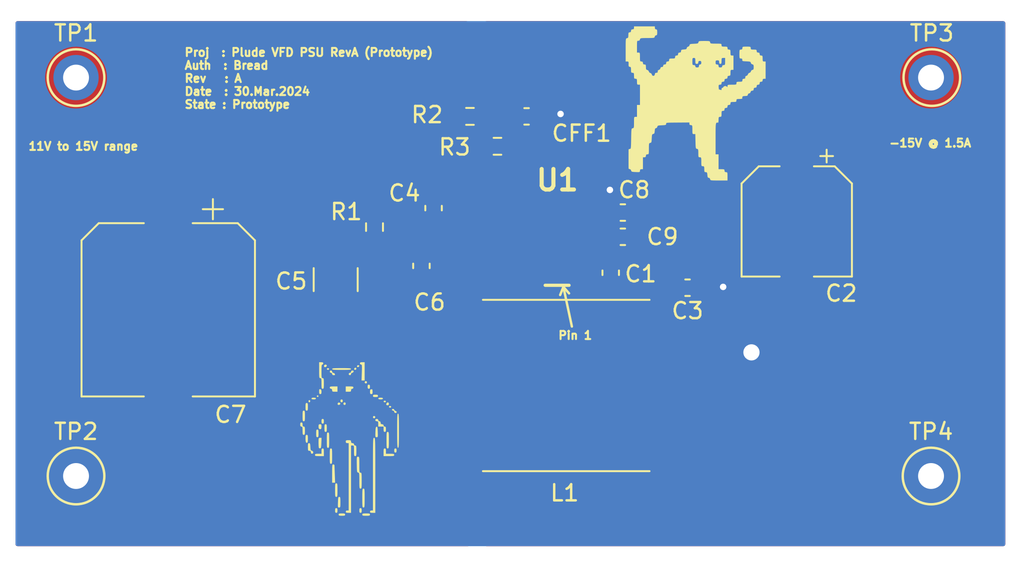
<source format=kicad_pcb>
(kicad_pcb (version 20211014) (generator pcbnew)
  (title_block (title "Kob Lude VFD Instrumentation Power Supply") (date "2024-03-30") (rev "A") (company "Bread"))
  (layers (0 "F.Cu" signal) (31 "B.Cu" signal) (34 "B.Paste" user) (35 "F.Paste" user) (36 "B.SilkS" user "B.Silkscreen") (37 "F.SilkS" user "F.Silkscreen") (38 "B.Mask" user) (39 "F.Mask" user) (44 "Edge.Cuts" user))
  (net 0 "")
  (net 1 "GND")
  (net 2 "Vout")
  (net 3 "Vin")
  (net 6 "Net-(C1-Pad1)")
  (net 7 "Net-(C1-Pad2)")
  (net 8 "Net-(U1-Pad11)")
  (net 9 "Net-(C9-Pad1)")
  (net 10 "Net-(CFF1-Pad2)")
  (net 11 "Net-(U1-Pad12)")
  (footprint "Package_SO:TI_HTSSOP-16_SOP65P640X120-17N" (layer "F.Cu") (at 180.55 81.4 180)
    (fp_text reference "U1" (at -2.95 3.65) (layer "F.SilkS") (effects (font (size 1.27 1.27) (thickness 0.254))))
    (fp_text value "LM46002PWPT" hide)
    (pad "1" smd rect (at -2.938 -2.275 270) (size 0.45 1.475) (layers "F.Cu" "F.Paste" "F.Mask") (net 7 "Net-(C1-Pad2)"))
    (pad "2" smd rect (at -2.938 -1.625 270) (size 0.45 1.475) (layers "F.Cu" "F.Paste" "F.Mask") (net 7 "Net-(C1-Pad2)"))
    (pad "3" smd rect (at -2.938 -0.975 270) (size 0.45 1.475) (layers "F.Cu" "F.Paste" "F.Mask") (net 6 "Net-(C1-Pad1)"))
    (pad "4" smd rect (at -2.938 -0.325 270) (size 0.45 1.475) (layers "F.Cu" "F.Paste" "F.Mask") (net 9 "Net-(C9-Pad1)"))
    (pad "5" smd rect (at -2.938 0.325 270) (size 0.45 1.475) (layers "F.Cu" "F.Paste" "F.Mask") (net 1 "GND"))
    (pad "6" smd rect (at -2.938 0.975 270) (size 0.45 1.475) (layers "F.Cu" "F.Paste" "F.Mask") (net 2 "Vout"))
    (pad "7" smd rect (at -2.938 1.625 270) (size 0.45 1.475) (layers "F.Cu" "F.Paste" "F.Mask"))
    (pad "8" smd rect (at -2.938 2.275 270) (size 0.45 1.475) (layers "F.Cu" "F.Paste" "F.Mask"))
    (pad "9" smd rect (at 2.938 2.275 270) (size 0.45 1.475) (layers "F.Cu" "F.Paste" "F.Mask") (net 10 "Net-(CFF1-Pad2)"))
    (pad "10" smd rect (at 2.938 1.625 270) (size 0.45 1.475) (layers "F.Cu" "F.Paste" "F.Mask") (net 2 "Vout"))
    (pad "11" smd rect (at 2.938 0.975 270) (size 0.45 1.475) (layers "F.Cu" "F.Paste" "F.Mask") (net 8 "Net-(U1-Pad11)"))
    (pad "12" smd rect (at 2.938 0.325 270) (size 0.45 1.475) (layers "F.Cu" "F.Paste" "F.Mask") (net 11 "Net-(U1-Pad12)"))
    (pad "13" smd rect (at 2.938 -0.325 270) (size 0.45 1.475) (layers "F.Cu" "F.Paste" "F.Mask") (net 3 "Vin"))
    (pad "14" smd rect (at 2.938 -0.975 270) (size 0.45 1.475) (layers "F.Cu" "F.Paste" "F.Mask") (net 3 "Vin"))
    (pad "15" smd rect (at 2.938 -1.625 270) (size 0.45 1.475) (layers "F.Cu" "F.Paste" "F.Mask") (net 2 "Vout"))
    (pad "16" smd rect (at 2.938 -2.275 270) (size 0.45 1.475) (layers "F.Cu" "F.Paste" "F.Mask") (net 2 "Vout"))
    (pad "17" smd rect (at 0 0 180) (size 2.41 3.29) (layers "F.Cu" "F.Paste" "F.Mask") (net 2 "Vout"))
  )
  (footprint "LOGO" (layer "F.Cu") (at 191.957971 72.907971)
    (fp_text reference "G***" (at 0 0) (layer "F.SilkS") (effects (font (size 1.524 1.524) (thickness 0.3))))
    (fp_text value "LOGO" hide)
  )
  (footprint "Capacitor_SMD:C_0603_1608Metric" (layer "F.Cu") (at 186.8 83.475 -90)
    (fp_text reference "C1" (at 0.075 -1.85 180) (layer "F.SilkS"))
    (fp_text value "470n")
    (pad "1" smd roundrect (at -0.775 0 270) (size 0.9 0.95) (layers "F.Cu" "F.Paste" "F.Mask") (net 6 "Net-(C1-Pad1)"))
    (pad "2" smd roundrect (at 0.775 0 270) (size 0.9 0.95) (layers "F.Cu" "F.Paste" "F.Mask") (net 7 "Net-(C1-Pad2)"))
  )
  (footprint "Resistor_SMD:R_0603_1608Metric" (layer "F.Cu") (at 178.1 73.8)
    (fp_text reference "R2" (at -2.65 -0.1 180) (layer "F.SilkS"))
    (fp_text value "68k")
    (pad "1" smd roundrect (at -0.825 0) (size 0.8 0.95) (layers "F.Cu" "F.Paste" "F.Mask") (net 1 "GND"))
    (pad "2" smd roundrect (at 0.825 0) (size 0.8 0.95) (layers "F.Cu" "F.Paste" "F.Mask") (net 10 "Net-(CFF1-Pad2)"))
  )
  (footprint "Capacitor_SMD:CP_Elec_6.3x9.9" (layer "F.Cu") (at 198.3 80.3 -90)
    (fp_text reference "C2" (at 4.45 -2.75 180) (layer "F.SilkS"))
    (fp_text value "33u")
    (pad "1" smd roundrect (at -2.8 0 270) (size 3.5 1.6) (layers "F.Cu" "F.Paste" "F.Mask") (roundrect_rratio 0.15625) (net 2 "Vout"))
    (pad "2" smd roundrect (at 2.8 0 270) (size 3.5 1.6) (layers "F.Cu" "F.Paste" "F.Mask") (roundrect_rratio 0.15625) (net 1 "GND"))
  )
  (footprint "Capacitor_SMD:C_0603_1608Metric" (layer "F.Cu") (at 187.55 81.25)
    (fp_text reference "C9" (at 2.45 0) (layer "F.SilkS"))
    (fp_text value "2.2u")
    (pad "1" smd roundrect (at -0.775 0) (size 0.9 0.95) (layers "F.Cu" "F.Paste" "F.Mask") (net 9 "Net-(C9-Pad1)"))
    (pad "2" smd roundrect (at 0.775 0) (size 0.9 0.95) (layers "F.Cu" "F.Paste" "F.Mask") (net 2 "Vout"))
  )
  (footprint "TestPoint:TestPoint_Keystone_5010-5014_Multipurpose" (layer "F.Cu") (at 153.75 71.4)
    (fp_text reference "TP1" (at 0 -2.75) (layer "F.SilkS"))
    (fp_text value "Vin")
    (pad "1" thru_hole circle (at 0 0) (size 2.8 2.8) (drill 1.6) (layers *.Cu *.Mask) (net 3 "Vin"))
  )
  (footprint "TestPoint:TestPoint_Keystone_5010-5014_Multipurpose" (layer "F.Cu") (at 206.6 96.05)
    (fp_text reference "TP4" (at 0 -2.75) (layer "F.SilkS"))
    (fp_text value "GNDout")
    (pad "1" thru_hole circle (at 0 0) (size 2.8 2.8) (drill 1.6) (layers *.Cu *.Mask) (net 1 "GND"))
  )
  (footprint "LOGO" (layer "F.Cu") (at 170.75 93.65)
    (fp_text reference "G***" hide)
    (fp_text value "LOGO" hide)
  )
  (footprint "Resistor_SMD:R_0603_1608Metric" (layer "F.Cu") (at 179.8 75.65)
    (fp_text reference "R3" (at -2.65 0.05) (layer "F.SilkS"))
    (fp_text value "10k")
    (pad "1" smd roundrect (at -0.825 0) (size 0.8 0.95) (layers "F.Cu" "F.Paste" "F.Mask") (net 10 "Net-(CFF1-Pad2)"))
    (pad "2" smd roundrect (at 0.825 0) (size 0.8 0.95) (layers "F.Cu" "F.Paste" "F.Mask") (net 2 "Vout"))
  )
  (footprint "TestPoint:TestPoint_Keystone_5010-5014_Multipurpose" (layer "F.Cu") (at 153.75 96.05)
    (fp_text reference "TP2" (at 0 -2.75) (layer "F.SilkS"))
    (fp_text value "GNDin")
    (pad "1" thru_hole circle (at 0 0) (size 2.8 2.8) (drill 1.6) (layers *.Cu *.Mask) (net 1 "GND"))
  )
  (footprint "Capacitor_SMD:CP_Elec_10x10.5" (layer "F.Cu") (at 159.45 85.7675 -90)
    (fp_text reference "C7" (at 6.4825 -3.85 180) (layer "F.SilkS"))
    (fp_text value "100u")
    (pad "1" smd roundrect (at -4.2 0 270) (size 4.4 2.5) (layers "F.Cu" "F.Paste" "F.Mask") (roundrect_rratio 0.1) (net 3 "Vin"))
    (pad "2" smd roundrect (at 4.2 0 270) (size 4.4 2.5) (layers "F.Cu" "F.Paste" "F.Mask") (roundrect_rratio 0.1) (net 1 "GND"))
  )
  (footprint "Resistor_SMD:R_0603_1608Metric" (layer "F.Cu") (at 172.2 80.65 90)
    (fp_text reference "R1" (at 0.95 -1.75 180) (layer "F.SilkS"))
    (fp_text value "10k")
    (pad "1" smd roundrect (at -0.825 0 90) (size 0.8 0.95) (layers "F.Cu" "F.Paste" "F.Mask") (net 3 "Vin"))
    (pad "2" smd roundrect (at 0.825 0 90) (size 0.8 0.95) (layers "F.Cu" "F.Paste" "F.Mask") (net 11 "Net-(U1-Pad12)"))
  )
  (footprint "TestPoint:TestPoint_Keystone_5010-5014_Multipurpose" (layer "F.Cu") (at 206.65 71.4)
    (fp_text reference "TP3" (at 0 -2.75) (layer "F.SilkS"))
    (fp_text value "Vout")
    (pad "1" thru_hole circle (at -0.05 0) (size 2.8 2.8) (drill 1.6) (layers *.Cu *.Mask) (net 2 "Vout"))
  )
  (footprint "Capacitor_SMD:C_1210_3225Metric" (layer "F.Cu") (at 169.8 83.9 -90)
    (fp_text reference "C5" (at 0.1 2.75 180) (layer "F.SilkS"))
    (fp_text value "4.7u")
    (pad "1" smd roundrect (at -1.475 0 270) (size 1.15 2.7) (layers "F.Cu" "F.Paste" "F.Mask") (roundrect_rratio 0.217391) (net 3 "Vin"))
    (pad "2" smd roundrect (at 1.475 0 270) (size 1.15 2.7) (layers "F.Cu" "F.Paste" "F.Mask") (roundrect_rratio 0.217391) (net 2 "Vout"))
  )
  (footprint "Capacitor_SMD:C_0603_1608Metric" (layer "F.Cu") (at 191.55 84.4 180)
    (fp_text reference "C3" (at 0 -1.43) (layer "F.SilkS"))
    (fp_text value "0.1u")
    (pad "1" smd roundrect (at -0.775 0 180) (size 0.9 0.95) (layers "F.Cu" "F.Paste" "F.Mask") (net 1 "GND"))
    (pad "2" smd roundrect (at 0.775 0 180) (size 0.9 0.95) (layers "F.Cu" "F.Paste" "F.Mask") (net 2 "Vout"))
  )
  (footprint "Capacitor_SMD:C_0603_1608Metric" (layer "F.Cu") (at 175.1 83.05 -90)
    (fp_text reference "C6" (at 2.25 -0.5 180) (layer "F.SilkS"))
    (fp_text value "0.1u")
    (pad "1" smd roundrect (at -0.775 0 270) (size 0.9 0.95) (layers "F.Cu" "F.Paste" "F.Mask") (net 3 "Vin"))
    (pad "2" smd roundrect (at 0.775 0 270) (size 0.9 0.95) (layers "F.Cu" "F.Paste" "F.Mask") (net 2 "Vout"))
  )
  (footprint "Capacitor_SMD:C_0603_1608Metric" (layer "F.Cu") (at 175.85 79.475 90)
    (fp_text reference "C4" (at 0.925 -1.8 180) (layer "F.SilkS"))
    (fp_text value "0.1u")
    (pad "1" smd roundrect (at -0.775 0 90) (size 0.9 0.95) (layers "F.Cu" "F.Paste" "F.Mask") (net 8 "Net-(U1-Pad11)"))
    (pad "2" smd roundrect (at 0.775 0 90) (size 0.9 0.95) (layers "F.Cu" "F.Paste" "F.Mask") (net 2 "Vout"))
  )
  (footprint "Inductor_SMD:L_Taiyo-Yuden_NR-10050_9.8x10.0mm" (layer "F.Cu") (at 184.05 90.45)
    (fp_text reference "L1" (at -0.1 6.65) (layer "F.SilkS"))
    (fp_text value "10u")
    (pad "1" smd rect (at -4 0) (size 2.6 4.5) (layers "F.Cu" "F.Paste" "F.Mask") (net 7 "Net-(C1-Pad2)"))
    (pad "2" smd rect (at 4 0) (size 2.6 4.5) (layers "F.Cu" "F.Paste" "F.Mask") (net 1 "GND"))
  )
  (footprint "Capacitor_SMD:C_0603_1608Metric" (layer "F.Cu") (at 181.6 73.8 180)
    (fp_text reference "CFF1" (at -3.4 -1.05) (layer "F.SilkS"))
    (fp_text value "100p")
    (pad "1" smd roundrect (at -0.775 0 180) (size 0.9 0.95) (layers "F.Cu" "F.Paste" "F.Mask") (net 1 "GND"))
    (pad "2" smd roundrect (at 0.775 0 180) (size 0.9 0.95) (layers "F.Cu" "F.Paste" "F.Mask") (net 10 "Net-(CFF1-Pad2)"))
  )
  (footprint "Capacitor_SMD:C_0603_1608Metric" (layer "F.Cu") (at 187.55 79.75)
    (fp_text reference "C8" (at 0.7 -1.4) (layer "F.SilkS"))
    (fp_text value "1u")
    (pad "1" smd roundrect (at -0.775 0) (size 0.9 0.95) (layers "F.Cu" "F.Paste" "F.Mask") (net 1 "GND"))
    (pad "2" smd roundrect (at 0.775 0) (size 0.9 0.95) (layers "F.Cu" "F.Paste" "F.Mask") (net 2 "Vout"))
  )
  (gr_line (start 183.875 84.35) (end 183.675 84.85) (layer "F.SilkS") (width 0.15))
  (gr_line (start 184.225 84.75) (end 183.875 84.35) (layer "F.SilkS") (width 0.15))
  (gr_line (start 184.4 86.8) (end 183.875 84.35) (layer "F.SilkS") (width 0.15))
  (gr_rect (start 149.5 67.4) (end 211.7 100.9) (layer "Edge.Cuts") (width 0.001) (fill none))
  (gr_text "Proj  : Plude VFD PSU RevA (Prototype)\nAuth  : Bread\nRev   : A\nDate  : 30.Mar.2024\nState : Prototype" (at 160.4 71.45) (layer "F.SilkS") (effects (font (size 0.5 0.5) (thickness 0.125)) (justify left)))
  (gr_text "-15V @ 1.5A" (at 206.55 75.45) (layer "F.SilkS") (effects (font (size 0.5 0.5) (thickness 0.125))))
  (gr_text "11V to 15V range" (at 154.2 75.65) (layer "F.SilkS") (effects (font (size 0.5 0.5) (thickness 0.125))))
  (gr_text "Pin 1" (at 183.5 87.35) (layer "F.SilkS") (effects (font (size 0.5 0.5) (thickness 0.125)) (justify left)))
  (segment (start 159.45 90.35) (end 153.75 96.05) (width 1) (layer "F.Cu") (net 1))
  (segment (start 188.05 90.45) (end 193.45 90.45) (width 1) (layer "F.Cu") (net 1))
  (segment (start 198.3 85.6) (end 195.5 88.4) (width 1) (layer "F.Cu") (net 1))
  (segment (start 186.775 79.75) (end 186.775 78.375) (width 0.25) (layer "F.Cu") (net 1))
  (segment (start 193.45 90.45) (end 195.5 88.4) (width 1) (layer "F.Cu") (net 1))
  (segment (start 193.7 84.4) (end 193.75 84.35) (width 0.25) (layer "F.Cu") (net 1))
  (segment (start 177.275 73.8) (end 177.275 73.325) (width 0.25) (layer "F.Cu") (net 1))
  (segment (start 186.775 78.375) (end 186.75 78.35) (width 0.25) (layer "F.Cu") (net 1))
  (segment (start 183.7 73.65) (end 182.525 73.65) (width 0.25) (layer "F.Cu") (net 1))
  (segment (start 186.775 79.75) (end 185.45 81.075) (width 0.25) (layer "F.Cu") (net 1))
  (segment (start 177.275 73.325) (end 178.4 72.2) (width 0.25) (layer "F.Cu") (net 1))
  (segment (start 192.325 84.4) (end 192.35 84.4) (width 0.25) (layer "F.Cu") (net 1))
  (segment (start 192.35 84.4) (end 192.4 84.35) (width 0.25) (layer "F.Cu") (net 1))
  (segment (start 181.85 72.2) (end 182.375 72.725) (width 0.25) (layer "F.Cu") (net 1))
  (segment (start 182.525 73.65) (end 182.375 73.8) (width 0.25) (layer "F.Cu") (net 1))
  (segment (start 198.3 83.1) (end 198.3 85.6) (width 1) (layer "F.Cu") (net 1))
  (segment (start 198.4 83.2) (end 198.3 83.1) (width 0.25) (layer "F.Cu") (net 1))
  (segment (start 185.45 81.075) (end 183.488 81.075) (width 0.25) (layer "F.Cu") (net 1))
  (segment (start 159.45 89.9675) (end 159.45 90.35) (width 0.25) (layer "F.Cu") (net 1))
  (segment (start 182.375 72.725) (end 182.375 73.8) (width 0.25) (layer "F.Cu") (net 1))
  (segment (start 178.4 72.2) (end 181.85 72.2) (width 0.25) (layer "F.Cu") (net 1))
  (segment (start 192.325 84.4) (end 193.7 84.4) (width 0.25) (layer "F.Cu") (net 1))
  (via (at 186.75 78.35) (size 0.8) (drill 0.4) (layers "F.Cu" "B.Cu") (net 1))
  (via (at 193.75 84.35) (size 0.8) (drill 0.4) (layers "F.Cu" "B.Cu") (net 1))
  (via (at 183.7 73.65) (size 0.8) (drill 0.4) (layers "F.Cu" "B.Cu") (net 1))
  (via (at 195.5 88.4) (size 2) (drill 1) (layers "F.Cu" "B.Cu") (net 1))
  (segment (start 178.275 83.675) (end 177.612 83.675) (width 0.25) (layer "F.Cu") (net 2))
  (segment (start 169.8 85.375) (end 173.55 85.375) (width 0.25) (layer "F.Cu") (net 2))
  (segment (start 180.625 75.65) (end 180.55 75.725) (width 0.25) (layer "F.Cu") (net 2))
  (segment (start 183.488 80.425) (end 181.525 80.425) (width 0.25) (layer "F.Cu") (net 2))
  (segment (start 181.525 80.425) (end 180.55 81.4) (width 0.25) (layer "F.Cu") (net 2))
  (segment (start 175.85 78.7) (end 175.85 78.9755) (width 0.25) (layer "F.Cu") (net 2))
  (segment (start 176.6495 79.775) (end 177.612 79.775) (width 0.25) (layer "F.Cu") (net 2))
  (segment (start 175.85 78.9755) (end 176.6495 79.775) (width 0.25) (layer "F.Cu") (net 2))
  (segment (start 175.25 83.675) (end 177.612 83.675) (width 0.25) (layer "F.Cu") (net 2))
  (segment (start 177.612 83.675) (end 177.612 83.025) (width 0.25) (layer "F.Cu") (net 2))
  (segment (start 173.55 85.375) (end 175.1 83.825) (width 0.25) (layer "F.Cu") (net 2))
  (segment (start 177.612 79.775) (end 178.925 79.775) (width 0.25) (layer "F.Cu") (net 2))
  (segment (start 180.55 75.725) (end 180.55 81.4) (width 0.25) (layer "F.Cu") (net 2))
  (segment (start 178.925 79.775) (end 180.55 81.4) (width 0.25) (layer "F.Cu") (net 2))
  (segment (start 180.55 81.4) (end 178.275 83.675) (width 0.25) (layer "F.Cu") (net 2))
  (segment (start 175.1 83.825) (end 175.25 83.675) (width 0.25) (layer "F.Cu") (net 2))
  (segment (start 175.287 82.088) (end 175.1 82.275) (width 0.25) (layer "F.Cu") (net 3))
  (segment (start 177.287 82.05) (end 177.937 82.05) (width 1) (layer "F.Cu") (net 3))
  (segment (start 160.3075 82.425) (end 159.45 81.5675) (width 0.25) (layer "F.Cu") (net 3))
  (segment (start 183.488 82.375) (end 186.475 82.375) (width 0.25) (layer "F.Cu") (net 6))
  (segment (start 186.475 82.375) (end 186.8 82.7) (width 0.25) (layer "F.Cu") (net 6))
  (segment (start 180.05 90.45) (end 180.05 87.113) (width 0.25) (layer "F.Cu") (net 7))
  (segment (start 183.488 83.025) (end 183.488 83.675) (width 0.25) (layer "F.Cu") (net 7))
  (segment (start 186.225 83.675) (end 186.8 84.25) (width 0.25) (layer "F.Cu") (net 7))
  (segment (start 183.488 83.675) (end 186.225 83.675) (width 0.25) (layer "F.Cu") (net 7))
  (segment (start 180.05 87.113) (end 183.488 83.675) (width 0.25) (layer "F.Cu") (net 7))
  (segment (start 176.025 80.425) (end 175.85 80.25) (width 0.25) (layer "F.Cu") (net 8))
  (segment (start 177.612 80.425) (end 176.025 80.425) (width 0.25) (layer "F.Cu") (net 8))
  (segment (start 186.3 81.725) (end 186.775 81.25) (width 0.25) (layer "F.Cu") (net 9))
  (segment (start 183.488 81.725) (end 186.3 81.725) (width 0.25) (layer "F.Cu") (net 9))
  (segment (start 178.975 75.65) (end 178.975 73.85) (width 0.25) (layer "F.Cu") (net 10))
  (segment (start 178.925 73.8) (end 180.825 73.8) (width 0.25) (layer "F.Cu") (net 10))
  (segment (start 178.975 73.85) (end 178.925 73.8) (width 0.25) (layer "F.Cu") (net 10))
  (segment (start 177.612 77.013) (end 178.975 75.65) (width 0.25) (layer "F.Cu") (net 10))
  (segment (start 177.612 79.125) (end 177.612 77.013) (width 0.25) (layer "F.Cu") (net 10))
  (segment (start 173.45 81.075) (end 172.2 79.825) (width 0.25) (layer "F.Cu") (net 11))
  (segment (start 177.612 81.075) (end 173.45 81.075) (width 0.25) (layer "F.Cu") (net 11))
  (zone (net 3) (net_name "Vin") (layer "F.Cu") (connect_pads yes (clearance 0.508)) (min_thickness 0.254) (fill yes (thermal_gap 0.508) (thermal_bridge_width 0.508))
    (polygon (pts (xy 178 66.8) (xy 178.1 101.5) (xy 149.1 101.6) (xy 149.05 66.6)))
  )
  (zone (net 2) (net_name "Vout") (layer "F.Cu") (connect_pads yes (clearance 0.508)) (min_thickness 0.254) (fill yes (thermal_gap 0.508) (thermal_bridge_width 0.508))
    (polygon (pts (xy 212.35 101.15) (xy 179 101.45) (xy 179 66.85) (xy 212.25 66.8)))
  )
  (zone (net 1) (net_name "GND") (layer "B.Cu") (connect_pads yes (clearance 0.508)) (min_thickness 0.254) (fill yes (thermal_gap 0.508) (thermal_bridge_width 0.508))
    (polygon (pts (xy 212.25 101.3) (xy 149.2 101.65) (xy 149.25 66.9) (xy 212.15 66.8)))
  )
)
</source>
